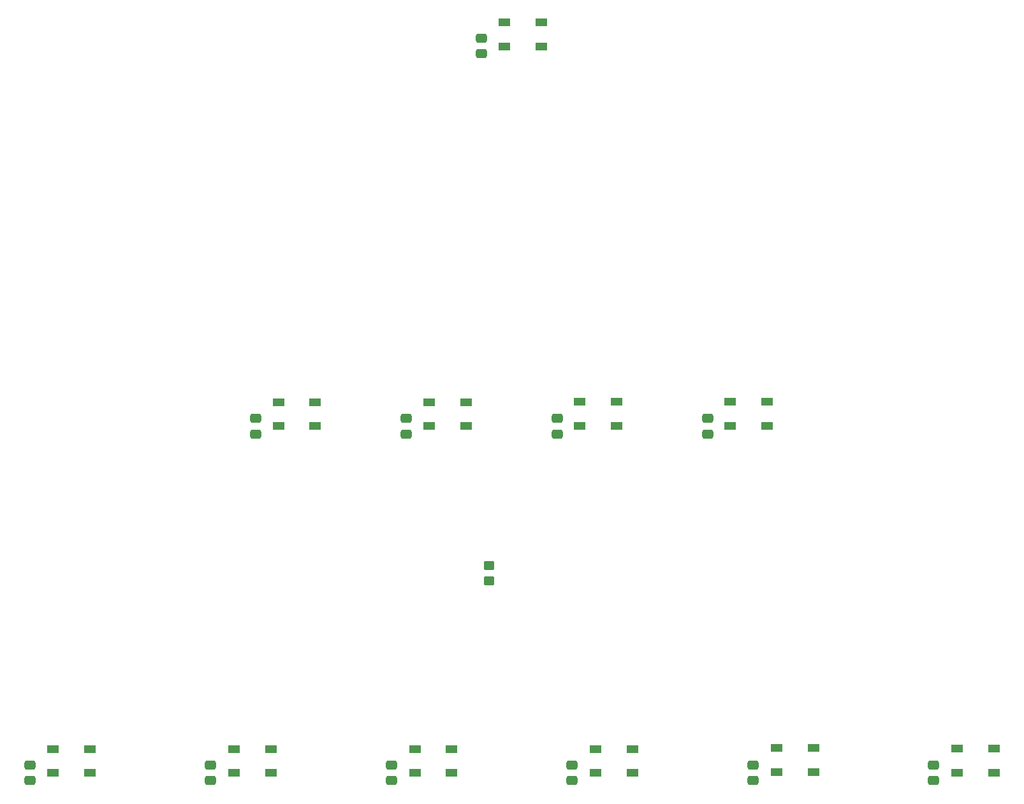
<source format=gbr>
%TF.GenerationSoftware,KiCad,Pcbnew,9.0.6*%
%TF.CreationDate,2025-11-19T18:33:24-08:00*%
%TF.ProjectId,pyramid_clock,70797261-6d69-4645-9f63-6c6f636b2e6b,rev?*%
%TF.SameCoordinates,Original*%
%TF.FileFunction,Paste,Top*%
%TF.FilePolarity,Positive*%
%FSLAX46Y46*%
G04 Gerber Fmt 4.6, Leading zero omitted, Abs format (unit mm)*
G04 Created by KiCad (PCBNEW 9.0.6) date 2025-11-19 18:33:24*
%MOMM*%
%LPD*%
G01*
G04 APERTURE LIST*
G04 Aperture macros list*
%AMRoundRect*
0 Rectangle with rounded corners*
0 $1 Rounding radius*
0 $2 $3 $4 $5 $6 $7 $8 $9 X,Y pos of 4 corners*
0 Add a 4 corners polygon primitive as box body*
4,1,4,$2,$3,$4,$5,$6,$7,$8,$9,$2,$3,0*
0 Add four circle primitives for the rounded corners*
1,1,$1+$1,$2,$3*
1,1,$1+$1,$4,$5*
1,1,$1+$1,$6,$7*
1,1,$1+$1,$8,$9*
0 Add four rect primitives between the rounded corners*
20,1,$1+$1,$2,$3,$4,$5,0*
20,1,$1+$1,$4,$5,$6,$7,0*
20,1,$1+$1,$6,$7,$8,$9,0*
20,1,$1+$1,$8,$9,$2,$3,0*%
G04 Aperture macros list end*
%ADD10R,1.500000X1.000000*%
%ADD11RoundRect,0.250000X0.475000X-0.337500X0.475000X0.337500X-0.475000X0.337500X-0.475000X-0.337500X0*%
%ADD12RoundRect,0.250000X0.450000X-0.350000X0.450000X0.350000X-0.450000X0.350000X-0.450000X-0.350000X0*%
G04 APERTURE END LIST*
D10*
%TO.C,D8*%
X158481119Y-82755705D03*
X158481119Y-85955705D03*
X163381119Y-85955705D03*
X163381119Y-82755705D03*
%TD*%
%TO.C,D4*%
X136618664Y-128850989D03*
X136618664Y-132050989D03*
X141518664Y-132050989D03*
X141518664Y-128850989D03*
%TD*%
D11*
%TO.C,C6*%
X85500000Y-133037500D03*
X85500000Y-130962500D03*
%TD*%
%TO.C,C4*%
X133500000Y-133037500D03*
X133500000Y-130962500D03*
%TD*%
D10*
%TO.C,D5*%
X112643247Y-128850989D03*
X112643247Y-132050989D03*
X117543247Y-132050989D03*
X117543247Y-128850989D03*
%TD*%
%TO.C,D10*%
X118500000Y-82800000D03*
X118500000Y-86000000D03*
X123400000Y-86000000D03*
X123400000Y-82800000D03*
%TD*%
D11*
%TO.C,C11*%
X145500000Y-36537500D03*
X145500000Y-34462500D03*
%TD*%
%TO.C,C9*%
X135500000Y-87037500D03*
X135500000Y-84962500D03*
%TD*%
%TO.C,C10*%
X115500000Y-87037500D03*
X115500000Y-84962500D03*
%TD*%
%TO.C,C3*%
X157500000Y-133037500D03*
X157500000Y-130962500D03*
%TD*%
D10*
%TO.C,D3*%
X160594082Y-128850989D03*
X160594082Y-132050989D03*
X165494082Y-132050989D03*
X165494082Y-128850989D03*
%TD*%
D11*
%TO.C,C2*%
X181500000Y-133037500D03*
X181500000Y-130962500D03*
%TD*%
D10*
%TO.C,D11*%
X148550000Y-32400000D03*
X148550000Y-35600000D03*
X153450000Y-35600000D03*
X153450000Y-32400000D03*
%TD*%
D11*
%TO.C,C1*%
X205500000Y-133037500D03*
X205500000Y-130962500D03*
%TD*%
D10*
%TO.C,D1*%
X208616486Y-128779421D03*
X208616486Y-131979421D03*
X213516486Y-131979421D03*
X213516486Y-128779421D03*
%TD*%
D11*
%TO.C,C7*%
X175500000Y-87037500D03*
X175500000Y-84962500D03*
%TD*%
%TO.C,C8*%
X155500000Y-87037500D03*
X155500000Y-84962500D03*
%TD*%
D12*
%TO.C,R1*%
X146500000Y-106500000D03*
X146500000Y-104500000D03*
%TD*%
D11*
%TO.C,C5*%
X109500000Y-133037500D03*
X109500000Y-130962500D03*
%TD*%
D10*
%TO.C,D7*%
X178503116Y-82755705D03*
X178503116Y-85955705D03*
X183403116Y-85955705D03*
X183403116Y-82755705D03*
%TD*%
%TO.C,D2*%
X184641068Y-128707853D03*
X184641068Y-131907853D03*
X189541068Y-131907853D03*
X189541068Y-128707853D03*
%TD*%
%TO.C,D9*%
X138505254Y-82801839D03*
X138505254Y-86001839D03*
X143405254Y-86001839D03*
X143405254Y-82801839D03*
%TD*%
%TO.C,D6*%
X88562912Y-128850989D03*
X88562912Y-132050989D03*
X93462912Y-132050989D03*
X93462912Y-128850989D03*
%TD*%
M02*

</source>
